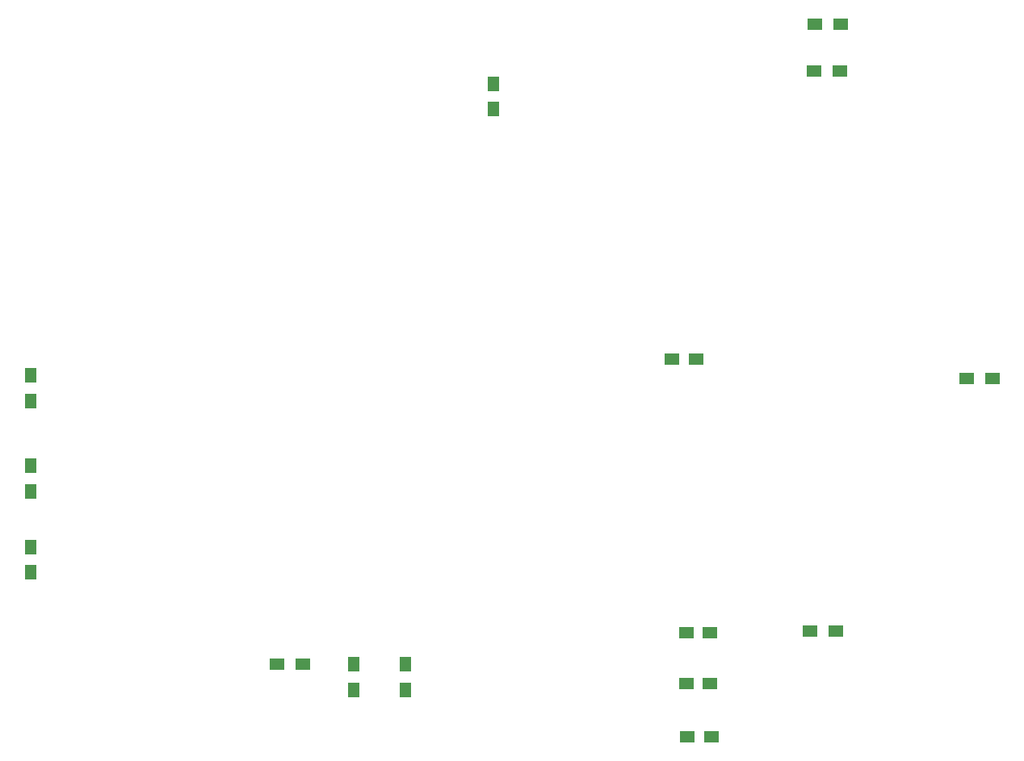
<source format=gbr>
G04 #@! TF.FileFunction,Paste,Top*
%FSLAX46Y46*%
G04 Gerber Fmt 4.6, Leading zero omitted, Abs format (unit mm)*
G04 Created by KiCad (PCBNEW 4.0.5) date 07/04/17 20:38:32*
%MOMM*%
%LPD*%
G01*
G04 APERTURE LIST*
%ADD10C,0.100000*%
%ADD11R,1.500000X1.250000*%
%ADD12R,1.300000X1.500000*%
%ADD13R,1.500000X1.300000*%
G04 APERTURE END LIST*
D10*
D11*
X134750000Y-134700000D03*
X132250000Y-134700000D03*
X132350000Y-145600000D03*
X134850000Y-145600000D03*
X132250000Y-140000000D03*
X134750000Y-140000000D03*
X130750000Y-106000000D03*
X133250000Y-106000000D03*
D12*
X63500000Y-128350000D03*
X63500000Y-125650000D03*
X63500000Y-119850000D03*
X63500000Y-117150000D03*
X63500000Y-110350000D03*
X63500000Y-107650000D03*
X102800000Y-140650000D03*
X102800000Y-137950000D03*
D13*
X89350000Y-138000000D03*
X92050000Y-138000000D03*
D12*
X97400000Y-137950000D03*
X97400000Y-140650000D03*
X112000000Y-77050000D03*
X112000000Y-79750000D03*
D13*
X164350000Y-108000000D03*
X161650000Y-108000000D03*
X148350000Y-75700000D03*
X145650000Y-75700000D03*
X145750000Y-70800000D03*
X148450000Y-70800000D03*
X145250000Y-134500000D03*
X147950000Y-134500000D03*
M02*

</source>
